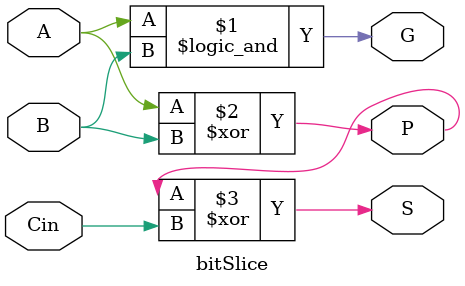
<source format=v>
module bitSlice(
    input A,
    input B,
    input Cin,
    output G,
    output P,
    output S
);

assign G = A && B;
assign P = A ^ B;
assign S = P ^ Cin;

endmodule

</source>
